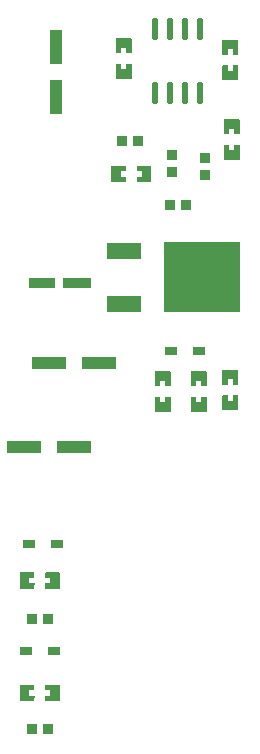
<source format=gbp>
G04 Layer: BottomPasteMaskLayer*
G04 EasyEDA v6.5.22, 2023-03-24 00:04:05*
G04 1816f6d41fbb4fb68ab43b55433a14ba,7be1179030e74d40a97a3c751b95adb4,10*
G04 Gerber Generator version 0.2*
G04 Scale: 100 percent, Rotated: No, Reflected: No *
G04 Dimensions in millimeters *
G04 leading zeros omitted , absolute positions ,4 integer and 5 decimal *
%FSLAX45Y45*%
%MOMM*%

%AMMACRO1*21,1,$1,$2,0,0,$3*%
%ADD10MACRO1,2.8X1.1X-90.0000*%
%ADD11MACRO1,2.8X1.1X0.0000*%
%ADD12MACRO1,0.8X0.9X0.0000*%
%ADD13MACRO1,1X0.75X0.0000*%
%ADD14MACRO1,0.8X0.9X-90.0000*%
%ADD15MACRO1,0.8X0.9X90.0000*%
%ADD16R,2.3100X0.8400*%
%ADD17MACRO1,0.84X2.31X90.0000*%
%ADD18O,0.5684012X1.950212*%
%ADD19MACRO1,2.8X1.3X0.0000*%
%ADD20MACRO1,6.5X6X0.0000*%

%LPD*%
G36*
X14272412Y-5403900D02*
G01*
X14272412Y-5448909D01*
X14227403Y-5448909D01*
X14227403Y-5404916D01*
X14185392Y-5404408D01*
X14180413Y-5409387D01*
X14180413Y-5524398D01*
X14185392Y-5529427D01*
X14313407Y-5529427D01*
X14318386Y-5524398D01*
X14318386Y-5409387D01*
X14313407Y-5404408D01*
G37*
G36*
X14185392Y-5189423D02*
G01*
X14180413Y-5194401D01*
X14180413Y-5309412D01*
X14185392Y-5314391D01*
X14227403Y-5314391D01*
X14227403Y-5269890D01*
X14272412Y-5269890D01*
X14272412Y-5313883D01*
X14313407Y-5314391D01*
X14318386Y-5309412D01*
X14318386Y-5194401D01*
X14313407Y-5189423D01*
G37*
G36*
X14172692Y-4516272D02*
G01*
X14167713Y-4521301D01*
X14167713Y-4636312D01*
X14172692Y-4641291D01*
X14213687Y-4641799D01*
X14213687Y-4596790D01*
X14258696Y-4596790D01*
X14258696Y-4640783D01*
X14300707Y-4641291D01*
X14305686Y-4636312D01*
X14305686Y-4521301D01*
X14300707Y-4516272D01*
G37*
G36*
X14172692Y-4731308D02*
G01*
X14167713Y-4736287D01*
X14167713Y-4851298D01*
X14172692Y-4856276D01*
X14300707Y-4856276D01*
X14305686Y-4851298D01*
X14305686Y-4736287D01*
X14300707Y-4731308D01*
X14258696Y-4731308D01*
X14258696Y-4775809D01*
X14213687Y-4775809D01*
X14213687Y-4731816D01*
G37*
G36*
X12458801Y-9976713D02*
G01*
X12453772Y-9981692D01*
X12453772Y-10109708D01*
X12458801Y-10114686D01*
X12573812Y-10114686D01*
X12578791Y-10109708D01*
X12579299Y-10068712D01*
X12534290Y-10068712D01*
X12534290Y-10023703D01*
X12578283Y-10023703D01*
X12578791Y-9981692D01*
X12573812Y-9976713D01*
G37*
G36*
X12673787Y-9976713D02*
G01*
X12668808Y-9981692D01*
X12668808Y-10023703D01*
X12713309Y-10023703D01*
X12713309Y-10068712D01*
X12669316Y-10068712D01*
X12668808Y-10109708D01*
X12673787Y-10114686D01*
X12788798Y-10114686D01*
X12793776Y-10109708D01*
X12793776Y-9981692D01*
X12788798Y-9976713D01*
G37*
G36*
X12458801Y-9024213D02*
G01*
X12453772Y-9029192D01*
X12453772Y-9157208D01*
X12458801Y-9162186D01*
X12573812Y-9162186D01*
X12578791Y-9157208D01*
X12579299Y-9116212D01*
X12534290Y-9116212D01*
X12534290Y-9071203D01*
X12578283Y-9071203D01*
X12578791Y-9029192D01*
X12573812Y-9024213D01*
G37*
G36*
X12673787Y-9024213D02*
G01*
X12668808Y-9029192D01*
X12668808Y-9071203D01*
X12713309Y-9071203D01*
X12713309Y-9116212D01*
X12669316Y-9116212D01*
X12668808Y-9157208D01*
X12673787Y-9162186D01*
X12788798Y-9162186D01*
X12793776Y-9157208D01*
X12793776Y-9029192D01*
X12788798Y-9024213D01*
G37*
G36*
X13233501Y-5582513D02*
G01*
X13228472Y-5587492D01*
X13228472Y-5715508D01*
X13233501Y-5720486D01*
X13348512Y-5720486D01*
X13353491Y-5715508D01*
X13353999Y-5674512D01*
X13308990Y-5674512D01*
X13308990Y-5629503D01*
X13352983Y-5629503D01*
X13353491Y-5587492D01*
X13348512Y-5582513D01*
G37*
G36*
X13448487Y-5582513D02*
G01*
X13443508Y-5587492D01*
X13443508Y-5629503D01*
X13488009Y-5629503D01*
X13488009Y-5674512D01*
X13444016Y-5674512D01*
X13443508Y-5715508D01*
X13448487Y-5720486D01*
X13563498Y-5720486D01*
X13568476Y-5715508D01*
X13568476Y-5587492D01*
X13563498Y-5582513D01*
G37*
G36*
X13358012Y-4718100D02*
G01*
X13358012Y-4763109D01*
X13313003Y-4763109D01*
X13313003Y-4719116D01*
X13270992Y-4718608D01*
X13266013Y-4723587D01*
X13266013Y-4838598D01*
X13270992Y-4843627D01*
X13399007Y-4843627D01*
X13403986Y-4838598D01*
X13403986Y-4723587D01*
X13399007Y-4718608D01*
G37*
G36*
X13270992Y-4503623D02*
G01*
X13266013Y-4508601D01*
X13266013Y-4623612D01*
X13270992Y-4628591D01*
X13313003Y-4628591D01*
X13313003Y-4584090D01*
X13358012Y-4584090D01*
X13358012Y-4628083D01*
X13399007Y-4628591D01*
X13403986Y-4623612D01*
X13403986Y-4508601D01*
X13399007Y-4503623D01*
G37*
G36*
X14259712Y-7524800D02*
G01*
X14259712Y-7569809D01*
X14214703Y-7569809D01*
X14214703Y-7525816D01*
X14172692Y-7525308D01*
X14167713Y-7530287D01*
X14167713Y-7645298D01*
X14172692Y-7650327D01*
X14300707Y-7650327D01*
X14305686Y-7645298D01*
X14305686Y-7530287D01*
X14300707Y-7525308D01*
G37*
G36*
X14172692Y-7310323D02*
G01*
X14167713Y-7315301D01*
X14167713Y-7430312D01*
X14172692Y-7435291D01*
X14214703Y-7435291D01*
X14214703Y-7390790D01*
X14259712Y-7390790D01*
X14259712Y-7434783D01*
X14300707Y-7435291D01*
X14305686Y-7430312D01*
X14305686Y-7315301D01*
X14300707Y-7310323D01*
G37*
G36*
X13601192Y-7322972D02*
G01*
X13596213Y-7328001D01*
X13596213Y-7443012D01*
X13601192Y-7447991D01*
X13642187Y-7448499D01*
X13642187Y-7403490D01*
X13687196Y-7403490D01*
X13687196Y-7447483D01*
X13729207Y-7447991D01*
X13734186Y-7443012D01*
X13734186Y-7328001D01*
X13729207Y-7322972D01*
G37*
G36*
X13601192Y-7538008D02*
G01*
X13596213Y-7542987D01*
X13596213Y-7657998D01*
X13601192Y-7662976D01*
X13729207Y-7662976D01*
X13734186Y-7657998D01*
X13734186Y-7542987D01*
X13729207Y-7538008D01*
X13687196Y-7538008D01*
X13687196Y-7582509D01*
X13642187Y-7582509D01*
X13642187Y-7538516D01*
G37*
G36*
X13905992Y-7322972D02*
G01*
X13901013Y-7328001D01*
X13901013Y-7443012D01*
X13905992Y-7447991D01*
X13946987Y-7448499D01*
X13946987Y-7403490D01*
X13991996Y-7403490D01*
X13991996Y-7447483D01*
X14034007Y-7447991D01*
X14038986Y-7443012D01*
X14038986Y-7328001D01*
X14034007Y-7322972D01*
G37*
G36*
X13905992Y-7538008D02*
G01*
X13901013Y-7542987D01*
X13901013Y-7657998D01*
X13905992Y-7662976D01*
X14034007Y-7662976D01*
X14038986Y-7657998D01*
X14038986Y-7542987D01*
X14034007Y-7538008D01*
X13991996Y-7538008D01*
X13991996Y-7582509D01*
X13946987Y-7582509D01*
X13946987Y-7538516D01*
G37*
D10*
G01*
X12763498Y-4577900D03*
G01*
X12763498Y-4997899D03*
D11*
G01*
X12705900Y-7251701D03*
G01*
X13125899Y-7251701D03*
G01*
X12909999Y-7962898D03*
G01*
X12490000Y-7962898D03*
D12*
G01*
X12693799Y-10350500D03*
G01*
X12553800Y-10350500D03*
G01*
X12693799Y-9423400D03*
G01*
X12553800Y-9423400D03*
D13*
G01*
X12531944Y-8788400D03*
G01*
X12766450Y-8788400D03*
G01*
X12741055Y-9690100D03*
G01*
X12506549Y-9690100D03*
D12*
G01*
X13315800Y-5372100D03*
G01*
X13455799Y-5372100D03*
D14*
G01*
X13741400Y-5632599D03*
G01*
X13741400Y-5492600D03*
D15*
G01*
X14020800Y-5518000D03*
G01*
X14020800Y-5657999D03*
D12*
G01*
X13862199Y-5918200D03*
G01*
X13722200Y-5918200D03*
D16*
G01*
X12639395Y-6578600D03*
D17*
G01*
X12938400Y-6578600D03*
D13*
G01*
X13972955Y-7150100D03*
G01*
X13738449Y-7150100D03*
D18*
G01*
X13601700Y-4428489D03*
G01*
X13728700Y-4428489D03*
G01*
X13855700Y-4428489D03*
G01*
X13982700Y-4428489D03*
G01*
X13601700Y-4969510D03*
G01*
X13728700Y-4969510D03*
G01*
X13855700Y-4969510D03*
G01*
X13982700Y-4969510D03*
D19*
G01*
X13336013Y-6755079D03*
G01*
X13336013Y-6300520D03*
D20*
G01*
X13994396Y-6527800D03*
M02*

</source>
